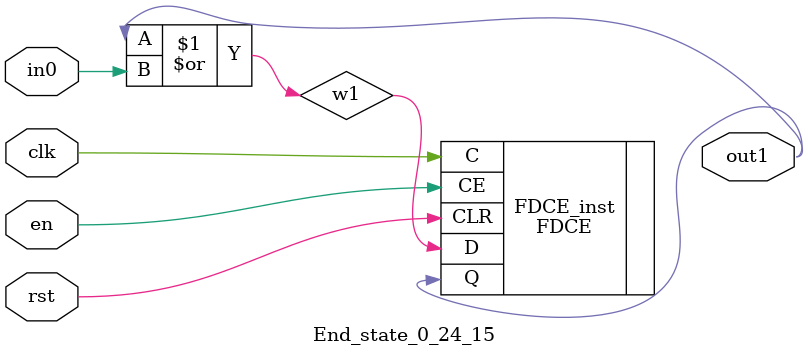
<source format=v>
module engine_0_24(out,clk,sod,en, in_57, in_3, in_7, in_8, in_13, in_15, in_19, in_20, in_21, in_25, in_28);
//pcre: /\/\?id=\d+\x26AnSSip=/Ui
//block char: \x26[8], N[0], I[0], S[0], \d[5], a[0], d[0], =[0], p[0], \x2F[8], \x3F[8], 

	input clk,sod,en;

	input in_57, in_3, in_7, in_8, in_13, in_15, in_19, in_20, in_21, in_25, in_28;
	output out;

	assign w0 = 1'b1;
	state_0_24_1 BlockState_0_24_1 (w1,in_25,clk,en,sod,w0);
	state_0_24_2 BlockState_0_24_2 (w2,in_28,clk,en,sod,w1);
	state_0_24_3 BlockState_0_24_3 (w3,in_7,clk,en,sod,w2);
	state_0_24_4 BlockState_0_24_4 (w4,in_19,clk,en,sod,w3);
	state_0_24_5 BlockState_0_24_5 (w5,in_20,clk,en,sod,w4);
	state_0_24_6 BlockState_0_24_6 (w6,in_13,clk,en,sod,w6,w5);
	state_0_24_7 BlockState_0_24_7 (w7,in_57,clk,en,sod,w6);
	state_0_24_8 BlockState_0_24_8 (w8,in_15,clk,en,sod,w7);
	state_0_24_9 BlockState_0_24_9 (w9,in_3,clk,en,sod,w8);
	state_0_24_10 BlockState_0_24_10 (w10,in_8,clk,en,sod,w9);
	state_0_24_11 BlockState_0_24_11 (w11,in_8,clk,en,sod,w10);
	state_0_24_12 BlockState_0_24_12 (w12,in_7,clk,en,sod,w11);
	state_0_24_13 BlockState_0_24_13 (w13,in_21,clk,en,sod,w12);
	state_0_24_14 BlockState_0_24_14 (w14,in_20,clk,en,sod,w13);
	End_state_0_24_15 BlockState_0_24_15 (out,clk,en,sod,w14);
endmodule

module state_0_24_1(out1,in_char,clk,en,rst,in0);
	input in_char,clk,en,rst,in0;
	output out1;
	wire w1,w2;
	assign w1 = in0; 
	and(w2,in_char,w1);
	FDCE #(.INIT(1'b0)) FDCE_inst (
		.Q(out1),
		.C(clk),
		.CE(en),
		.CLR(rst),
		.D(w2)
);
endmodule

module state_0_24_2(out1,in_char,clk,en,rst,in0);
	input in_char,clk,en,rst,in0;
	output out1;
	wire w1,w2;
	assign w1 = in0; 
	and(w2,in_char,w1);
	FDCE #(.INIT(1'b0)) FDCE_inst (
		.Q(out1),
		.C(clk),
		.CE(en),
		.CLR(rst),
		.D(w2)
);
endmodule

module state_0_24_3(out1,in_char,clk,en,rst,in0);
	input in_char,clk,en,rst,in0;
	output out1;
	wire w1,w2;
	assign w1 = in0; 
	and(w2,in_char,w1);
	FDCE #(.INIT(1'b0)) FDCE_inst (
		.Q(out1),
		.C(clk),
		.CE(en),
		.CLR(rst),
		.D(w2)
);
endmodule

module state_0_24_4(out1,in_char,clk,en,rst,in0);
	input in_char,clk,en,rst,in0;
	output out1;
	wire w1,w2;
	assign w1 = in0; 
	and(w2,in_char,w1);
	FDCE #(.INIT(1'b0)) FDCE_inst (
		.Q(out1),
		.C(clk),
		.CE(en),
		.CLR(rst),
		.D(w2)
);
endmodule

module state_0_24_5(out1,in_char,clk,en,rst,in0);
	input in_char,clk,en,rst,in0;
	output out1;
	wire w1,w2;
	assign w1 = in0; 
	and(w2,in_char,w1);
	FDCE #(.INIT(1'b0)) FDCE_inst (
		.Q(out1),
		.C(clk),
		.CE(en),
		.CLR(rst),
		.D(w2)
);
endmodule

module state_0_24_6(out1,in_char,clk,en,rst,in0,in1);
	input in_char,clk,en,rst,in0,in1;
	output out1;
	wire w1,w2;
	or(w1,in0,in1);
	and(w2,in_char,w1);
	FDCE #(.INIT(1'b0)) FDCE_inst (
		.Q(out1),
		.C(clk),
		.CE(en),
		.CLR(rst),
		.D(w2)
);
endmodule

module state_0_24_7(out1,in_char,clk,en,rst,in0);
	input in_char,clk,en,rst,in0;
	output out1;
	wire w1,w2;
	assign w1 = in0; 
	and(w2,in_char,w1);
	FDCE #(.INIT(1'b0)) FDCE_inst (
		.Q(out1),
		.C(clk),
		.CE(en),
		.CLR(rst),
		.D(w2)
);
endmodule

module state_0_24_8(out1,in_char,clk,en,rst,in0);
	input in_char,clk,en,rst,in0;
	output out1;
	wire w1,w2;
	assign w1 = in0; 
	and(w2,in_char,w1);
	FDCE #(.INIT(1'b0)) FDCE_inst (
		.Q(out1),
		.C(clk),
		.CE(en),
		.CLR(rst),
		.D(w2)
);
endmodule

module state_0_24_9(out1,in_char,clk,en,rst,in0);
	input in_char,clk,en,rst,in0;
	output out1;
	wire w1,w2;
	assign w1 = in0; 
	and(w2,in_char,w1);
	FDCE #(.INIT(1'b0)) FDCE_inst (
		.Q(out1),
		.C(clk),
		.CE(en),
		.CLR(rst),
		.D(w2)
);
endmodule

module state_0_24_10(out1,in_char,clk,en,rst,in0);
	input in_char,clk,en,rst,in0;
	output out1;
	wire w1,w2;
	assign w1 = in0; 
	and(w2,in_char,w1);
	FDCE #(.INIT(1'b0)) FDCE_inst (
		.Q(out1),
		.C(clk),
		.CE(en),
		.CLR(rst),
		.D(w2)
);
endmodule

module state_0_24_11(out1,in_char,clk,en,rst,in0);
	input in_char,clk,en,rst,in0;
	output out1;
	wire w1,w2;
	assign w1 = in0; 
	and(w2,in_char,w1);
	FDCE #(.INIT(1'b0)) FDCE_inst (
		.Q(out1),
		.C(clk),
		.CE(en),
		.CLR(rst),
		.D(w2)
);
endmodule

module state_0_24_12(out1,in_char,clk,en,rst,in0);
	input in_char,clk,en,rst,in0;
	output out1;
	wire w1,w2;
	assign w1 = in0; 
	and(w2,in_char,w1);
	FDCE #(.INIT(1'b0)) FDCE_inst (
		.Q(out1),
		.C(clk),
		.CE(en),
		.CLR(rst),
		.D(w2)
);
endmodule

module state_0_24_13(out1,in_char,clk,en,rst,in0);
	input in_char,clk,en,rst,in0;
	output out1;
	wire w1,w2;
	assign w1 = in0; 
	and(w2,in_char,w1);
	FDCE #(.INIT(1'b0)) FDCE_inst (
		.Q(out1),
		.C(clk),
		.CE(en),
		.CLR(rst),
		.D(w2)
);
endmodule

module state_0_24_14(out1,in_char,clk,en,rst,in0);
	input in_char,clk,en,rst,in0;
	output out1;
	wire w1,w2;
	assign w1 = in0; 
	and(w2,in_char,w1);
	FDCE #(.INIT(1'b0)) FDCE_inst (
		.Q(out1),
		.C(clk),
		.CE(en),
		.CLR(rst),
		.D(w2)
);
endmodule

module End_state_0_24_15(out1,clk,en,rst,in0);
	input clk,rst,en,in0;
	output out1;
	wire w1;
	or(w1,out1,in0);
	FDCE #(.INIT(1'b0)) FDCE_inst (
		.Q(out1),
		.C(clk),
		.CE(en),
		.CLR(rst),
		.D(w1)
);
endmodule


</source>
